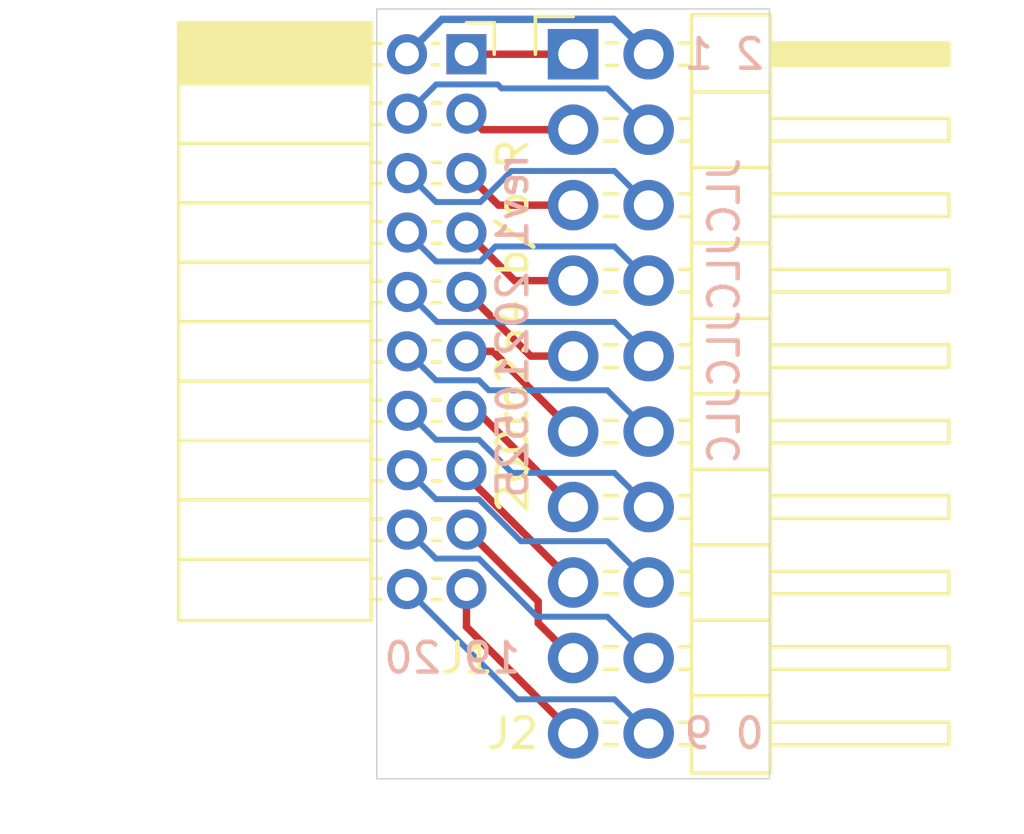
<source format=kicad_pcb>
(kicad_pcb (version 20171130) (host pcbnew 5.1.10)

  (general
    (thickness 1.6)
    (drawings 10)
    (tracks 64)
    (zones 0)
    (modules 2)
    (nets 19)
  )

  (page A4)
  (layers
    (0 F.Cu signal)
    (31 B.Cu signal)
    (32 B.Adhes user)
    (33 F.Adhes user)
    (34 B.Paste user)
    (35 F.Paste user)
    (36 B.SilkS user)
    (37 F.SilkS user)
    (38 B.Mask user)
    (39 F.Mask user)
    (40 Dwgs.User user)
    (41 Cmts.User user)
    (42 Eco1.User user)
    (43 Eco2.User user)
    (44 Edge.Cuts user)
    (45 Margin user)
    (46 B.CrtYd user)
    (47 F.CrtYd user)
    (48 B.Fab user)
    (49 F.Fab user)
  )

  (setup
    (last_trace_width 0.2)
    (trace_clearance 0.2)
    (zone_clearance 0.508)
    (zone_45_only no)
    (trace_min 0.2)
    (via_size 0.8)
    (via_drill 0.4)
    (via_min_size 0.4)
    (via_min_drill 0.3)
    (uvia_size 0.3)
    (uvia_drill 0.1)
    (uvias_allowed no)
    (uvia_min_size 0.2)
    (uvia_min_drill 0.1)
    (edge_width 0.05)
    (segment_width 0.2)
    (pcb_text_width 0.3)
    (pcb_text_size 1.5 1.5)
    (mod_edge_width 0.12)
    (mod_text_size 1 1)
    (mod_text_width 0.15)
    (pad_size 1.524 1.524)
    (pad_drill 0.762)
    (pad_to_mask_clearance 0)
    (aux_axis_origin 0 0)
    (visible_elements FFFFFF7F)
    (pcbplotparams
      (layerselection 0x010fc_ffffffff)
      (usegerberextensions false)
      (usegerberattributes true)
      (usegerberadvancedattributes true)
      (creategerberjobfile true)
      (excludeedgelayer true)
      (linewidth 0.100000)
      (plotframeref false)
      (viasonmask true)
      (mode 1)
      (useauxorigin false)
      (hpglpennumber 1)
      (hpglpenspeed 20)
      (hpglpendiameter 15.000000)
      (psnegative false)
      (psa4output false)
      (plotreference true)
      (plotvalue true)
      (plotinvisibletext false)
      (padsonsilk false)
      (subtractmaskfromsilk false)
      (outputformat 1)
      (mirror false)
      (drillshape 0)
      (scaleselection 1)
      (outputdirectory "gerber/"))
  )

  (net 0 "")
  (net 1 /D20)
  (net 2 /D19)
  (net 3 /D18)
  (net 4 /D17)
  (net 5 /D16)
  (net 6 /D15)
  (net 7 /D14)
  (net 8 /D13)
  (net 9 /D12)
  (net 10 /D11)
  (net 11 /D10)
  (net 12 /D9)
  (net 13 /D8)
  (net 14 /D7)
  (net 15 /D6)
  (net 16 /D5)
  (net 17 GND)
  (net 18 +12V)

  (net_class Default "This is the default net class."
    (clearance 0.2)
    (trace_width 0.2)
    (via_dia 0.8)
    (via_drill 0.4)
    (uvia_dia 0.3)
    (uvia_drill 0.1)
    (add_net +12V)
    (add_net /D10)
    (add_net /D11)
    (add_net /D12)
    (add_net /D13)
    (add_net /D14)
    (add_net /D15)
    (add_net /D16)
    (add_net /D17)
    (add_net /D18)
    (add_net /D19)
    (add_net /D20)
    (add_net /D5)
    (add_net /D6)
    (add_net /D7)
    (add_net /D8)
    (add_net /D9)
    (add_net GND)
  )

  (module Connector_PinSocket_2.00mm:PinSocket_2x10_P2.00mm_Horizontal (layer F.Cu) (tedit 5A19A421) (tstamp 60AD5A49)
    (at 125.444 23.876)
    (descr "Through hole angled socket strip, 2x10, 2.00mm pitch, 6.35mm socket length, double cols (from Kicad 4.0.7), script generated")
    (tags "Through hole angled socket strip THT 2x10 2.00mm double row")
    (path /60ACE88E)
    (fp_text reference J1 (at 0.032 20.32) (layer F.SilkS)
      (effects (font (size 1 1) (thickness 0.15)))
    )
    (fp_text value Conn_02x10_Odd_Even (at -7.112 20.32) (layer F.Fab)
      (effects (font (size 1 1) (thickness 0.15)))
    )
    (fp_line (start -9.62 -1) (end -3.97 -1) (layer F.Fab) (width 0.1))
    (fp_line (start -3.97 -1) (end -3.27 -0.3) (layer F.Fab) (width 0.1))
    (fp_line (start -3.27 -0.3) (end -3.27 19) (layer F.Fab) (width 0.1))
    (fp_line (start -3.27 19) (end -9.62 19) (layer F.Fab) (width 0.1))
    (fp_line (start -9.62 19) (end -9.62 -1) (layer F.Fab) (width 0.1))
    (fp_line (start 0 -0.3) (end -3.27 -0.3) (layer F.Fab) (width 0.1))
    (fp_line (start -3.27 0.3) (end 0 0.3) (layer F.Fab) (width 0.1))
    (fp_line (start 0 0.3) (end 0 -0.3) (layer F.Fab) (width 0.1))
    (fp_line (start 0 1.7) (end -3.27 1.7) (layer F.Fab) (width 0.1))
    (fp_line (start -3.27 2.3) (end 0 2.3) (layer F.Fab) (width 0.1))
    (fp_line (start 0 2.3) (end 0 1.7) (layer F.Fab) (width 0.1))
    (fp_line (start 0 3.7) (end -3.27 3.7) (layer F.Fab) (width 0.1))
    (fp_line (start -3.27 4.3) (end 0 4.3) (layer F.Fab) (width 0.1))
    (fp_line (start 0 4.3) (end 0 3.7) (layer F.Fab) (width 0.1))
    (fp_line (start 0 5.7) (end -3.27 5.7) (layer F.Fab) (width 0.1))
    (fp_line (start -3.27 6.3) (end 0 6.3) (layer F.Fab) (width 0.1))
    (fp_line (start 0 6.3) (end 0 5.7) (layer F.Fab) (width 0.1))
    (fp_line (start 0 7.7) (end -3.27 7.7) (layer F.Fab) (width 0.1))
    (fp_line (start -3.27 8.3) (end 0 8.3) (layer F.Fab) (width 0.1))
    (fp_line (start 0 8.3) (end 0 7.7) (layer F.Fab) (width 0.1))
    (fp_line (start 0 9.7) (end -3.27 9.7) (layer F.Fab) (width 0.1))
    (fp_line (start -3.27 10.3) (end 0 10.3) (layer F.Fab) (width 0.1))
    (fp_line (start 0 10.3) (end 0 9.7) (layer F.Fab) (width 0.1))
    (fp_line (start 0 11.7) (end -3.27 11.7) (layer F.Fab) (width 0.1))
    (fp_line (start -3.27 12.3) (end 0 12.3) (layer F.Fab) (width 0.1))
    (fp_line (start 0 12.3) (end 0 11.7) (layer F.Fab) (width 0.1))
    (fp_line (start 0 13.7) (end -3.27 13.7) (layer F.Fab) (width 0.1))
    (fp_line (start -3.27 14.3) (end 0 14.3) (layer F.Fab) (width 0.1))
    (fp_line (start 0 14.3) (end 0 13.7) (layer F.Fab) (width 0.1))
    (fp_line (start 0 15.7) (end -3.27 15.7) (layer F.Fab) (width 0.1))
    (fp_line (start -3.27 16.3) (end 0 16.3) (layer F.Fab) (width 0.1))
    (fp_line (start 0 16.3) (end 0 15.7) (layer F.Fab) (width 0.1))
    (fp_line (start 0 17.7) (end -3.27 17.7) (layer F.Fab) (width 0.1))
    (fp_line (start -3.27 18.3) (end 0 18.3) (layer F.Fab) (width 0.1))
    (fp_line (start 0 18.3) (end 0 17.7) (layer F.Fab) (width 0.1))
    (fp_line (start -9.68 -0.94) (end -3.21 -0.94) (layer F.SilkS) (width 0.12))
    (fp_line (start -9.68 -0.825882) (end -3.21 -0.825882) (layer F.SilkS) (width 0.12))
    (fp_line (start -9.68 -0.711764) (end -3.21 -0.711764) (layer F.SilkS) (width 0.12))
    (fp_line (start -9.68 -0.597646) (end -3.21 -0.597646) (layer F.SilkS) (width 0.12))
    (fp_line (start -9.68 -0.483528) (end -3.21 -0.483528) (layer F.SilkS) (width 0.12))
    (fp_line (start -9.68 -0.36941) (end -3.21 -0.36941) (layer F.SilkS) (width 0.12))
    (fp_line (start -9.68 -0.255292) (end -3.21 -0.255292) (layer F.SilkS) (width 0.12))
    (fp_line (start -9.68 -0.141174) (end -3.21 -0.141174) (layer F.SilkS) (width 0.12))
    (fp_line (start -9.68 -0.027056) (end -3.21 -0.027056) (layer F.SilkS) (width 0.12))
    (fp_line (start -9.68 0.087062) (end -3.21 0.087062) (layer F.SilkS) (width 0.12))
    (fp_line (start -9.68 0.20118) (end -3.21 0.20118) (layer F.SilkS) (width 0.12))
    (fp_line (start -9.68 0.315298) (end -3.21 0.315298) (layer F.SilkS) (width 0.12))
    (fp_line (start -9.68 0.429416) (end -3.21 0.429416) (layer F.SilkS) (width 0.12))
    (fp_line (start -9.68 0.543534) (end -3.21 0.543534) (layer F.SilkS) (width 0.12))
    (fp_line (start -9.68 0.657652) (end -3.21 0.657652) (layer F.SilkS) (width 0.12))
    (fp_line (start -9.68 0.77177) (end -3.21 0.77177) (layer F.SilkS) (width 0.12))
    (fp_line (start -9.68 0.885888) (end -3.21 0.885888) (layer F.SilkS) (width 0.12))
    (fp_line (start -3.21 -0.36) (end -2.862917 -0.36) (layer F.SilkS) (width 0.12))
    (fp_line (start -1.137083 -0.36) (end -0.935 -0.36) (layer F.SilkS) (width 0.12))
    (fp_line (start -3.21 0.36) (end -2.862917 0.36) (layer F.SilkS) (width 0.12))
    (fp_line (start -1.137083 0.36) (end -0.935 0.36) (layer F.SilkS) (width 0.12))
    (fp_line (start -3.21 1.64) (end -2.862917 1.64) (layer F.SilkS) (width 0.12))
    (fp_line (start -1.137083 1.64) (end -0.862917 1.64) (layer F.SilkS) (width 0.12))
    (fp_line (start -3.21 2.36) (end -2.862917 2.36) (layer F.SilkS) (width 0.12))
    (fp_line (start -1.137083 2.36) (end -0.862917 2.36) (layer F.SilkS) (width 0.12))
    (fp_line (start -3.21 3.64) (end -2.862917 3.64) (layer F.SilkS) (width 0.12))
    (fp_line (start -1.137083 3.64) (end -0.862917 3.64) (layer F.SilkS) (width 0.12))
    (fp_line (start -3.21 4.36) (end -2.862917 4.36) (layer F.SilkS) (width 0.12))
    (fp_line (start -1.137083 4.36) (end -0.862917 4.36) (layer F.SilkS) (width 0.12))
    (fp_line (start -3.21 5.64) (end -2.862917 5.64) (layer F.SilkS) (width 0.12))
    (fp_line (start -1.137083 5.64) (end -0.862917 5.64) (layer F.SilkS) (width 0.12))
    (fp_line (start -3.21 6.36) (end -2.862917 6.36) (layer F.SilkS) (width 0.12))
    (fp_line (start -1.137083 6.36) (end -0.862917 6.36) (layer F.SilkS) (width 0.12))
    (fp_line (start -3.21 7.64) (end -2.862917 7.64) (layer F.SilkS) (width 0.12))
    (fp_line (start -1.137083 7.64) (end -0.862917 7.64) (layer F.SilkS) (width 0.12))
    (fp_line (start -3.21 8.36) (end -2.862917 8.36) (layer F.SilkS) (width 0.12))
    (fp_line (start -1.137083 8.36) (end -0.862917 8.36) (layer F.SilkS) (width 0.12))
    (fp_line (start -3.21 9.64) (end -2.862917 9.64) (layer F.SilkS) (width 0.12))
    (fp_line (start -1.137083 9.64) (end -0.862917 9.64) (layer F.SilkS) (width 0.12))
    (fp_line (start -3.21 10.36) (end -2.862917 10.36) (layer F.SilkS) (width 0.12))
    (fp_line (start -1.137083 10.36) (end -0.862917 10.36) (layer F.SilkS) (width 0.12))
    (fp_line (start -3.21 11.64) (end -2.862917 11.64) (layer F.SilkS) (width 0.12))
    (fp_line (start -1.137083 11.64) (end -0.862917 11.64) (layer F.SilkS) (width 0.12))
    (fp_line (start -3.21 12.36) (end -2.862917 12.36) (layer F.SilkS) (width 0.12))
    (fp_line (start -1.137083 12.36) (end -0.862917 12.36) (layer F.SilkS) (width 0.12))
    (fp_line (start -3.21 13.64) (end -2.862917 13.64) (layer F.SilkS) (width 0.12))
    (fp_line (start -1.137083 13.64) (end -0.862917 13.64) (layer F.SilkS) (width 0.12))
    (fp_line (start -3.21 14.36) (end -2.862917 14.36) (layer F.SilkS) (width 0.12))
    (fp_line (start -1.137083 14.36) (end -0.862917 14.36) (layer F.SilkS) (width 0.12))
    (fp_line (start -3.21 15.64) (end -2.862917 15.64) (layer F.SilkS) (width 0.12))
    (fp_line (start -1.137083 15.64) (end -0.862917 15.64) (layer F.SilkS) (width 0.12))
    (fp_line (start -3.21 16.36) (end -2.862917 16.36) (layer F.SilkS) (width 0.12))
    (fp_line (start -1.137083 16.36) (end -0.862917 16.36) (layer F.SilkS) (width 0.12))
    (fp_line (start -3.21 17.64) (end -2.862917 17.64) (layer F.SilkS) (width 0.12))
    (fp_line (start -1.137083 17.64) (end -0.862917 17.64) (layer F.SilkS) (width 0.12))
    (fp_line (start -3.21 18.36) (end -2.862917 18.36) (layer F.SilkS) (width 0.12))
    (fp_line (start -1.137083 18.36) (end -0.862917 18.36) (layer F.SilkS) (width 0.12))
    (fp_line (start -9.68 1) (end -3.21 1) (layer F.SilkS) (width 0.12))
    (fp_line (start -9.68 3) (end -3.21 3) (layer F.SilkS) (width 0.12))
    (fp_line (start -9.68 5) (end -3.21 5) (layer F.SilkS) (width 0.12))
    (fp_line (start -9.68 7) (end -3.21 7) (layer F.SilkS) (width 0.12))
    (fp_line (start -9.68 9) (end -3.21 9) (layer F.SilkS) (width 0.12))
    (fp_line (start -9.68 11) (end -3.21 11) (layer F.SilkS) (width 0.12))
    (fp_line (start -9.68 13) (end -3.21 13) (layer F.SilkS) (width 0.12))
    (fp_line (start -9.68 15) (end -3.21 15) (layer F.SilkS) (width 0.12))
    (fp_line (start -9.68 17) (end -3.21 17) (layer F.SilkS) (width 0.12))
    (fp_line (start -9.68 -1.06) (end -3.21 -1.06) (layer F.SilkS) (width 0.12))
    (fp_line (start -3.21 -1.06) (end -3.21 19.06) (layer F.SilkS) (width 0.12))
    (fp_line (start -9.68 19.06) (end -3.21 19.06) (layer F.SilkS) (width 0.12))
    (fp_line (start -9.68 -1.06) (end -9.68 19.06) (layer F.SilkS) (width 0.12))
    (fp_line (start 0.935 -1.06) (end 0.935 0) (layer F.SilkS) (width 0.12))
    (fp_line (start 0 -1.06) (end 0.935 -1.06) (layer F.SilkS) (width 0.12))
    (fp_line (start 1.5 -1.5) (end -10.15 -1.5) (layer F.CrtYd) (width 0.05))
    (fp_line (start -10.15 -1.5) (end -10.15 19.5) (layer F.CrtYd) (width 0.05))
    (fp_line (start -10.15 19.5) (end 1.5 19.5) (layer F.CrtYd) (width 0.05))
    (fp_line (start 1.5 19.5) (end 1.5 -1.5) (layer F.CrtYd) (width 0.05))
    (fp_text user %R (at 0.032 9.144 90) (layer F.Fab)
      (effects (font (size 1 1) (thickness 0.15)))
    )
    (pad 20 thru_hole oval (at -2 18) (size 1.35 1.35) (drill 0.8) (layers *.Cu *.Mask)
      (net 1 /D20))
    (pad 19 thru_hole oval (at 0 18) (size 1.35 1.35) (drill 0.8) (layers *.Cu *.Mask)
      (net 2 /D19))
    (pad 18 thru_hole oval (at -2 16) (size 1.35 1.35) (drill 0.8) (layers *.Cu *.Mask)
      (net 3 /D18))
    (pad 17 thru_hole oval (at 0 16) (size 1.35 1.35) (drill 0.8) (layers *.Cu *.Mask)
      (net 4 /D17))
    (pad 16 thru_hole oval (at -2 14) (size 1.35 1.35) (drill 0.8) (layers *.Cu *.Mask)
      (net 5 /D16))
    (pad 15 thru_hole oval (at 0 14) (size 1.35 1.35) (drill 0.8) (layers *.Cu *.Mask)
      (net 6 /D15))
    (pad 14 thru_hole oval (at -2 12) (size 1.35 1.35) (drill 0.8) (layers *.Cu *.Mask)
      (net 7 /D14))
    (pad 13 thru_hole oval (at 0 12) (size 1.35 1.35) (drill 0.8) (layers *.Cu *.Mask)
      (net 8 /D13))
    (pad 12 thru_hole oval (at -2 10) (size 1.35 1.35) (drill 0.8) (layers *.Cu *.Mask)
      (net 9 /D12))
    (pad 11 thru_hole oval (at 0 10) (size 1.35 1.35) (drill 0.8) (layers *.Cu *.Mask)
      (net 10 /D11))
    (pad 10 thru_hole oval (at -2 8) (size 1.35 1.35) (drill 0.8) (layers *.Cu *.Mask)
      (net 11 /D10))
    (pad 9 thru_hole oval (at 0 8) (size 1.35 1.35) (drill 0.8) (layers *.Cu *.Mask)
      (net 12 /D9))
    (pad 8 thru_hole oval (at -2 6) (size 1.35 1.35) (drill 0.8) (layers *.Cu *.Mask)
      (net 13 /D8))
    (pad 7 thru_hole oval (at 0 6) (size 1.35 1.35) (drill 0.8) (layers *.Cu *.Mask)
      (net 14 /D7))
    (pad 6 thru_hole oval (at -2 4) (size 1.35 1.35) (drill 0.8) (layers *.Cu *.Mask)
      (net 15 /D6))
    (pad 5 thru_hole oval (at 0 4) (size 1.35 1.35) (drill 0.8) (layers *.Cu *.Mask)
      (net 16 /D5))
    (pad 4 thru_hole oval (at -2 2) (size 1.35 1.35) (drill 0.8) (layers *.Cu *.Mask)
      (net 17 GND))
    (pad 3 thru_hole oval (at 0 2) (size 1.35 1.35) (drill 0.8) (layers *.Cu *.Mask)
      (net 17 GND))
    (pad 2 thru_hole oval (at -2 0) (size 1.35 1.35) (drill 0.8) (layers *.Cu *.Mask)
      (net 18 +12V))
    (pad 1 thru_hole rect (at 0 0) (size 1.35 1.35) (drill 0.8) (layers *.Cu *.Mask)
      (net 18 +12V))
    (model ${KISYS3DMOD}/Connector_PinSocket_2.00mm.3dshapes/PinSocket_2x10_P2.00mm_Horizontal.wrl
      (at (xyz 0 0 0))
      (scale (xyz 1 1 1))
      (rotate (xyz 0 0 0))
    )
  )

  (module Connector_PinHeader_2.54mm:PinHeader_2x10_P2.54mm_Horizontal (layer F.Cu) (tedit 59FED5CB) (tstamp 60AD5974)
    (at 129.032 23.876)
    (descr "Through hole angled pin header, 2x10, 2.54mm pitch, 6mm pin length, double rows")
    (tags "Through hole angled pin header THT 2x10 2.54mm double row")
    (path /60ACF9F2)
    (fp_text reference J2 (at -2.032 22.86) (layer F.SilkS)
      (effects (font (size 1 1) (thickness 0.15)))
    )
    (fp_text value Conn_02x10_Odd_Even (at 6.604 25.4) (layer F.Fab)
      (effects (font (size 1 1) (thickness 0.15)))
    )
    (fp_line (start 4.675 -1.27) (end 6.58 -1.27) (layer F.Fab) (width 0.1))
    (fp_line (start 6.58 -1.27) (end 6.58 24.13) (layer F.Fab) (width 0.1))
    (fp_line (start 6.58 24.13) (end 4.04 24.13) (layer F.Fab) (width 0.1))
    (fp_line (start 4.04 24.13) (end 4.04 -0.635) (layer F.Fab) (width 0.1))
    (fp_line (start 4.04 -0.635) (end 4.675 -1.27) (layer F.Fab) (width 0.1))
    (fp_line (start -0.32 -0.32) (end 4.04 -0.32) (layer F.Fab) (width 0.1))
    (fp_line (start -0.32 -0.32) (end -0.32 0.32) (layer F.Fab) (width 0.1))
    (fp_line (start -0.32 0.32) (end 4.04 0.32) (layer F.Fab) (width 0.1))
    (fp_line (start 6.58 -0.32) (end 12.58 -0.32) (layer F.Fab) (width 0.1))
    (fp_line (start 12.58 -0.32) (end 12.58 0.32) (layer F.Fab) (width 0.1))
    (fp_line (start 6.58 0.32) (end 12.58 0.32) (layer F.Fab) (width 0.1))
    (fp_line (start -0.32 2.22) (end 4.04 2.22) (layer F.Fab) (width 0.1))
    (fp_line (start -0.32 2.22) (end -0.32 2.86) (layer F.Fab) (width 0.1))
    (fp_line (start -0.32 2.86) (end 4.04 2.86) (layer F.Fab) (width 0.1))
    (fp_line (start 6.58 2.22) (end 12.58 2.22) (layer F.Fab) (width 0.1))
    (fp_line (start 12.58 2.22) (end 12.58 2.86) (layer F.Fab) (width 0.1))
    (fp_line (start 6.58 2.86) (end 12.58 2.86) (layer F.Fab) (width 0.1))
    (fp_line (start -0.32 4.76) (end 4.04 4.76) (layer F.Fab) (width 0.1))
    (fp_line (start -0.32 4.76) (end -0.32 5.4) (layer F.Fab) (width 0.1))
    (fp_line (start -0.32 5.4) (end 4.04 5.4) (layer F.Fab) (width 0.1))
    (fp_line (start 6.58 4.76) (end 12.58 4.76) (layer F.Fab) (width 0.1))
    (fp_line (start 12.58 4.76) (end 12.58 5.4) (layer F.Fab) (width 0.1))
    (fp_line (start 6.58 5.4) (end 12.58 5.4) (layer F.Fab) (width 0.1))
    (fp_line (start -0.32 7.3) (end 4.04 7.3) (layer F.Fab) (width 0.1))
    (fp_line (start -0.32 7.3) (end -0.32 7.94) (layer F.Fab) (width 0.1))
    (fp_line (start -0.32 7.94) (end 4.04 7.94) (layer F.Fab) (width 0.1))
    (fp_line (start 6.58 7.3) (end 12.58 7.3) (layer F.Fab) (width 0.1))
    (fp_line (start 12.58 7.3) (end 12.58 7.94) (layer F.Fab) (width 0.1))
    (fp_line (start 6.58 7.94) (end 12.58 7.94) (layer F.Fab) (width 0.1))
    (fp_line (start -0.32 9.84) (end 4.04 9.84) (layer F.Fab) (width 0.1))
    (fp_line (start -0.32 9.84) (end -0.32 10.48) (layer F.Fab) (width 0.1))
    (fp_line (start -0.32 10.48) (end 4.04 10.48) (layer F.Fab) (width 0.1))
    (fp_line (start 6.58 9.84) (end 12.58 9.84) (layer F.Fab) (width 0.1))
    (fp_line (start 12.58 9.84) (end 12.58 10.48) (layer F.Fab) (width 0.1))
    (fp_line (start 6.58 10.48) (end 12.58 10.48) (layer F.Fab) (width 0.1))
    (fp_line (start -0.32 12.38) (end 4.04 12.38) (layer F.Fab) (width 0.1))
    (fp_line (start -0.32 12.38) (end -0.32 13.02) (layer F.Fab) (width 0.1))
    (fp_line (start -0.32 13.02) (end 4.04 13.02) (layer F.Fab) (width 0.1))
    (fp_line (start 6.58 12.38) (end 12.58 12.38) (layer F.Fab) (width 0.1))
    (fp_line (start 12.58 12.38) (end 12.58 13.02) (layer F.Fab) (width 0.1))
    (fp_line (start 6.58 13.02) (end 12.58 13.02) (layer F.Fab) (width 0.1))
    (fp_line (start -0.32 14.92) (end 4.04 14.92) (layer F.Fab) (width 0.1))
    (fp_line (start -0.32 14.92) (end -0.32 15.56) (layer F.Fab) (width 0.1))
    (fp_line (start -0.32 15.56) (end 4.04 15.56) (layer F.Fab) (width 0.1))
    (fp_line (start 6.58 14.92) (end 12.58 14.92) (layer F.Fab) (width 0.1))
    (fp_line (start 12.58 14.92) (end 12.58 15.56) (layer F.Fab) (width 0.1))
    (fp_line (start 6.58 15.56) (end 12.58 15.56) (layer F.Fab) (width 0.1))
    (fp_line (start -0.32 17.46) (end 4.04 17.46) (layer F.Fab) (width 0.1))
    (fp_line (start -0.32 17.46) (end -0.32 18.1) (layer F.Fab) (width 0.1))
    (fp_line (start -0.32 18.1) (end 4.04 18.1) (layer F.Fab) (width 0.1))
    (fp_line (start 6.58 17.46) (end 12.58 17.46) (layer F.Fab) (width 0.1))
    (fp_line (start 12.58 17.46) (end 12.58 18.1) (layer F.Fab) (width 0.1))
    (fp_line (start 6.58 18.1) (end 12.58 18.1) (layer F.Fab) (width 0.1))
    (fp_line (start -0.32 20) (end 4.04 20) (layer F.Fab) (width 0.1))
    (fp_line (start -0.32 20) (end -0.32 20.64) (layer F.Fab) (width 0.1))
    (fp_line (start -0.32 20.64) (end 4.04 20.64) (layer F.Fab) (width 0.1))
    (fp_line (start 6.58 20) (end 12.58 20) (layer F.Fab) (width 0.1))
    (fp_line (start 12.58 20) (end 12.58 20.64) (layer F.Fab) (width 0.1))
    (fp_line (start 6.58 20.64) (end 12.58 20.64) (layer F.Fab) (width 0.1))
    (fp_line (start -0.32 22.54) (end 4.04 22.54) (layer F.Fab) (width 0.1))
    (fp_line (start -0.32 22.54) (end -0.32 23.18) (layer F.Fab) (width 0.1))
    (fp_line (start -0.32 23.18) (end 4.04 23.18) (layer F.Fab) (width 0.1))
    (fp_line (start 6.58 22.54) (end 12.58 22.54) (layer F.Fab) (width 0.1))
    (fp_line (start 12.58 22.54) (end 12.58 23.18) (layer F.Fab) (width 0.1))
    (fp_line (start 6.58 23.18) (end 12.58 23.18) (layer F.Fab) (width 0.1))
    (fp_line (start 3.98 -1.33) (end 3.98 24.19) (layer F.SilkS) (width 0.12))
    (fp_line (start 3.98 24.19) (end 6.64 24.19) (layer F.SilkS) (width 0.12))
    (fp_line (start 6.64 24.19) (end 6.64 -1.33) (layer F.SilkS) (width 0.12))
    (fp_line (start 6.64 -1.33) (end 3.98 -1.33) (layer F.SilkS) (width 0.12))
    (fp_line (start 6.64 -0.38) (end 12.64 -0.38) (layer F.SilkS) (width 0.12))
    (fp_line (start 12.64 -0.38) (end 12.64 0.38) (layer F.SilkS) (width 0.12))
    (fp_line (start 12.64 0.38) (end 6.64 0.38) (layer F.SilkS) (width 0.12))
    (fp_line (start 6.64 -0.32) (end 12.64 -0.32) (layer F.SilkS) (width 0.12))
    (fp_line (start 6.64 -0.2) (end 12.64 -0.2) (layer F.SilkS) (width 0.12))
    (fp_line (start 6.64 -0.08) (end 12.64 -0.08) (layer F.SilkS) (width 0.12))
    (fp_line (start 6.64 0.04) (end 12.64 0.04) (layer F.SilkS) (width 0.12))
    (fp_line (start 6.64 0.16) (end 12.64 0.16) (layer F.SilkS) (width 0.12))
    (fp_line (start 6.64 0.28) (end 12.64 0.28) (layer F.SilkS) (width 0.12))
    (fp_line (start 3.582929 -0.38) (end 3.98 -0.38) (layer F.SilkS) (width 0.12))
    (fp_line (start 3.582929 0.38) (end 3.98 0.38) (layer F.SilkS) (width 0.12))
    (fp_line (start 1.11 -0.38) (end 1.497071 -0.38) (layer F.SilkS) (width 0.12))
    (fp_line (start 1.11 0.38) (end 1.497071 0.38) (layer F.SilkS) (width 0.12))
    (fp_line (start 3.98 1.27) (end 6.64 1.27) (layer F.SilkS) (width 0.12))
    (fp_line (start 6.64 2.16) (end 12.64 2.16) (layer F.SilkS) (width 0.12))
    (fp_line (start 12.64 2.16) (end 12.64 2.92) (layer F.SilkS) (width 0.12))
    (fp_line (start 12.64 2.92) (end 6.64 2.92) (layer F.SilkS) (width 0.12))
    (fp_line (start 3.582929 2.16) (end 3.98 2.16) (layer F.SilkS) (width 0.12))
    (fp_line (start 3.582929 2.92) (end 3.98 2.92) (layer F.SilkS) (width 0.12))
    (fp_line (start 1.042929 2.16) (end 1.497071 2.16) (layer F.SilkS) (width 0.12))
    (fp_line (start 1.042929 2.92) (end 1.497071 2.92) (layer F.SilkS) (width 0.12))
    (fp_line (start 3.98 3.81) (end 6.64 3.81) (layer F.SilkS) (width 0.12))
    (fp_line (start 6.64 4.7) (end 12.64 4.7) (layer F.SilkS) (width 0.12))
    (fp_line (start 12.64 4.7) (end 12.64 5.46) (layer F.SilkS) (width 0.12))
    (fp_line (start 12.64 5.46) (end 6.64 5.46) (layer F.SilkS) (width 0.12))
    (fp_line (start 3.582929 4.7) (end 3.98 4.7) (layer F.SilkS) (width 0.12))
    (fp_line (start 3.582929 5.46) (end 3.98 5.46) (layer F.SilkS) (width 0.12))
    (fp_line (start 1.042929 4.7) (end 1.497071 4.7) (layer F.SilkS) (width 0.12))
    (fp_line (start 1.042929 5.46) (end 1.497071 5.46) (layer F.SilkS) (width 0.12))
    (fp_line (start 3.98 6.35) (end 6.64 6.35) (layer F.SilkS) (width 0.12))
    (fp_line (start 6.64 7.24) (end 12.64 7.24) (layer F.SilkS) (width 0.12))
    (fp_line (start 12.64 7.24) (end 12.64 8) (layer F.SilkS) (width 0.12))
    (fp_line (start 12.64 8) (end 6.64 8) (layer F.SilkS) (width 0.12))
    (fp_line (start 3.582929 7.24) (end 3.98 7.24) (layer F.SilkS) (width 0.12))
    (fp_line (start 3.582929 8) (end 3.98 8) (layer F.SilkS) (width 0.12))
    (fp_line (start 1.042929 7.24) (end 1.497071 7.24) (layer F.SilkS) (width 0.12))
    (fp_line (start 1.042929 8) (end 1.497071 8) (layer F.SilkS) (width 0.12))
    (fp_line (start 3.98 8.89) (end 6.64 8.89) (layer F.SilkS) (width 0.12))
    (fp_line (start 6.64 9.78) (end 12.64 9.78) (layer F.SilkS) (width 0.12))
    (fp_line (start 12.64 9.78) (end 12.64 10.54) (layer F.SilkS) (width 0.12))
    (fp_line (start 12.64 10.54) (end 6.64 10.54) (layer F.SilkS) (width 0.12))
    (fp_line (start 3.582929 9.78) (end 3.98 9.78) (layer F.SilkS) (width 0.12))
    (fp_line (start 3.582929 10.54) (end 3.98 10.54) (layer F.SilkS) (width 0.12))
    (fp_line (start 1.042929 9.78) (end 1.497071 9.78) (layer F.SilkS) (width 0.12))
    (fp_line (start 1.042929 10.54) (end 1.497071 10.54) (layer F.SilkS) (width 0.12))
    (fp_line (start 3.98 11.43) (end 6.64 11.43) (layer F.SilkS) (width 0.12))
    (fp_line (start 6.64 12.32) (end 12.64 12.32) (layer F.SilkS) (width 0.12))
    (fp_line (start 12.64 12.32) (end 12.64 13.08) (layer F.SilkS) (width 0.12))
    (fp_line (start 12.64 13.08) (end 6.64 13.08) (layer F.SilkS) (width 0.12))
    (fp_line (start 3.582929 12.32) (end 3.98 12.32) (layer F.SilkS) (width 0.12))
    (fp_line (start 3.582929 13.08) (end 3.98 13.08) (layer F.SilkS) (width 0.12))
    (fp_line (start 1.042929 12.32) (end 1.497071 12.32) (layer F.SilkS) (width 0.12))
    (fp_line (start 1.042929 13.08) (end 1.497071 13.08) (layer F.SilkS) (width 0.12))
    (fp_line (start 3.98 13.97) (end 6.64 13.97) (layer F.SilkS) (width 0.12))
    (fp_line (start 6.64 14.86) (end 12.64 14.86) (layer F.SilkS) (width 0.12))
    (fp_line (start 12.64 14.86) (end 12.64 15.62) (layer F.SilkS) (width 0.12))
    (fp_line (start 12.64 15.62) (end 6.64 15.62) (layer F.SilkS) (width 0.12))
    (fp_line (start 3.582929 14.86) (end 3.98 14.86) (layer F.SilkS) (width 0.12))
    (fp_line (start 3.582929 15.62) (end 3.98 15.62) (layer F.SilkS) (width 0.12))
    (fp_line (start 1.042929 14.86) (end 1.497071 14.86) (layer F.SilkS) (width 0.12))
    (fp_line (start 1.042929 15.62) (end 1.497071 15.62) (layer F.SilkS) (width 0.12))
    (fp_line (start 3.98 16.51) (end 6.64 16.51) (layer F.SilkS) (width 0.12))
    (fp_line (start 6.64 17.4) (end 12.64 17.4) (layer F.SilkS) (width 0.12))
    (fp_line (start 12.64 17.4) (end 12.64 18.16) (layer F.SilkS) (width 0.12))
    (fp_line (start 12.64 18.16) (end 6.64 18.16) (layer F.SilkS) (width 0.12))
    (fp_line (start 3.582929 17.4) (end 3.98 17.4) (layer F.SilkS) (width 0.12))
    (fp_line (start 3.582929 18.16) (end 3.98 18.16) (layer F.SilkS) (width 0.12))
    (fp_line (start 1.042929 17.4) (end 1.497071 17.4) (layer F.SilkS) (width 0.12))
    (fp_line (start 1.042929 18.16) (end 1.497071 18.16) (layer F.SilkS) (width 0.12))
    (fp_line (start 3.98 19.05) (end 6.64 19.05) (layer F.SilkS) (width 0.12))
    (fp_line (start 6.64 19.94) (end 12.64 19.94) (layer F.SilkS) (width 0.12))
    (fp_line (start 12.64 19.94) (end 12.64 20.7) (layer F.SilkS) (width 0.12))
    (fp_line (start 12.64 20.7) (end 6.64 20.7) (layer F.SilkS) (width 0.12))
    (fp_line (start 3.582929 19.94) (end 3.98 19.94) (layer F.SilkS) (width 0.12))
    (fp_line (start 3.582929 20.7) (end 3.98 20.7) (layer F.SilkS) (width 0.12))
    (fp_line (start 1.042929 19.94) (end 1.497071 19.94) (layer F.SilkS) (width 0.12))
    (fp_line (start 1.042929 20.7) (end 1.497071 20.7) (layer F.SilkS) (width 0.12))
    (fp_line (start 3.98 21.59) (end 6.64 21.59) (layer F.SilkS) (width 0.12))
    (fp_line (start 6.64 22.48) (end 12.64 22.48) (layer F.SilkS) (width 0.12))
    (fp_line (start 12.64 22.48) (end 12.64 23.24) (layer F.SilkS) (width 0.12))
    (fp_line (start 12.64 23.24) (end 6.64 23.24) (layer F.SilkS) (width 0.12))
    (fp_line (start 3.582929 22.48) (end 3.98 22.48) (layer F.SilkS) (width 0.12))
    (fp_line (start 3.582929 23.24) (end 3.98 23.24) (layer F.SilkS) (width 0.12))
    (fp_line (start 1.042929 22.48) (end 1.497071 22.48) (layer F.SilkS) (width 0.12))
    (fp_line (start 1.042929 23.24) (end 1.497071 23.24) (layer F.SilkS) (width 0.12))
    (fp_line (start -1.27 0) (end -1.27 -1.27) (layer F.SilkS) (width 0.12))
    (fp_line (start -1.27 -1.27) (end 0 -1.27) (layer F.SilkS) (width 0.12))
    (fp_line (start -1.8 -1.8) (end -1.8 24.65) (layer F.CrtYd) (width 0.05))
    (fp_line (start -1.8 24.65) (end 13.1 24.65) (layer F.CrtYd) (width 0.05))
    (fp_line (start 13.1 24.65) (end 13.1 -1.8) (layer F.CrtYd) (width 0.05))
    (fp_line (start 13.1 -1.8) (end -1.8 -1.8) (layer F.CrtYd) (width 0.05))
    (fp_text user %R (at 5.08 11.176 90) (layer F.Fab)
      (effects (font (size 1 1) (thickness 0.15)))
    )
    (pad 20 thru_hole oval (at 2.54 22.86) (size 1.7 1.7) (drill 1) (layers *.Cu *.Mask)
      (net 1 /D20))
    (pad 19 thru_hole oval (at 0 22.86) (size 1.7 1.7) (drill 1) (layers *.Cu *.Mask)
      (net 2 /D19))
    (pad 18 thru_hole oval (at 2.54 20.32) (size 1.7 1.7) (drill 1) (layers *.Cu *.Mask)
      (net 3 /D18))
    (pad 17 thru_hole oval (at 0 20.32) (size 1.7 1.7) (drill 1) (layers *.Cu *.Mask)
      (net 4 /D17))
    (pad 16 thru_hole oval (at 2.54 17.78) (size 1.7 1.7) (drill 1) (layers *.Cu *.Mask)
      (net 5 /D16))
    (pad 15 thru_hole oval (at 0 17.78) (size 1.7 1.7) (drill 1) (layers *.Cu *.Mask)
      (net 6 /D15))
    (pad 14 thru_hole oval (at 2.54 15.24) (size 1.7 1.7) (drill 1) (layers *.Cu *.Mask)
      (net 7 /D14))
    (pad 13 thru_hole oval (at 0 15.24) (size 1.7 1.7) (drill 1) (layers *.Cu *.Mask)
      (net 8 /D13))
    (pad 12 thru_hole oval (at 2.54 12.7) (size 1.7 1.7) (drill 1) (layers *.Cu *.Mask)
      (net 9 /D12))
    (pad 11 thru_hole oval (at 0 12.7) (size 1.7 1.7) (drill 1) (layers *.Cu *.Mask)
      (net 10 /D11))
    (pad 10 thru_hole oval (at 2.54 10.16) (size 1.7 1.7) (drill 1) (layers *.Cu *.Mask)
      (net 11 /D10))
    (pad 9 thru_hole oval (at 0 10.16) (size 1.7 1.7) (drill 1) (layers *.Cu *.Mask)
      (net 12 /D9))
    (pad 8 thru_hole oval (at 2.54 7.62) (size 1.7 1.7) (drill 1) (layers *.Cu *.Mask)
      (net 13 /D8))
    (pad 7 thru_hole oval (at 0 7.62) (size 1.7 1.7) (drill 1) (layers *.Cu *.Mask)
      (net 14 /D7))
    (pad 6 thru_hole oval (at 2.54 5.08) (size 1.7 1.7) (drill 1) (layers *.Cu *.Mask)
      (net 15 /D6))
    (pad 5 thru_hole oval (at 0 5.08) (size 1.7 1.7) (drill 1) (layers *.Cu *.Mask)
      (net 16 /D5))
    (pad 4 thru_hole oval (at 2.54 2.54) (size 1.7 1.7) (drill 1) (layers *.Cu *.Mask)
      (net 17 GND))
    (pad 3 thru_hole oval (at 0 2.54) (size 1.7 1.7) (drill 1) (layers *.Cu *.Mask)
      (net 17 GND))
    (pad 2 thru_hole oval (at 2.54 0) (size 1.7 1.7) (drill 1) (layers *.Cu *.Mask)
      (net 18 +12V))
    (pad 1 thru_hole rect (at 0 0) (size 1.7 1.7) (drill 1) (layers *.Cu *.Mask)
      (net 18 +12V))
    (model ${KISYS3DMOD}/Connector_PinHeader_2.54mm.3dshapes/PinHeader_2x10_P2.54mm_Horizontal.wrl
      (at (xyz 0 0 0))
      (scale (xyz 1 1 1))
      (rotate (xyz 0 0 0))
    )
  )

  (gr_line (start 135.636 48.26) (end 135.636 22.352) (layer Edge.Cuts) (width 0.05) (tstamp 60AD5B01))
  (gr_line (start 122.428 22.352) (end 122.428 48.26) (layer Edge.Cuts) (width 0.05) (tstamp 60AD5B00))
  (gr_line (start 122.428 48.26) (end 135.636 48.26) (layer Edge.Cuts) (width 0.05) (tstamp 60AD5AFE))
  (gr_line (start 135.636 22.352) (end 122.428 22.352) (layer Edge.Cuts) (width 0.05) (tstamp 60AD5AD8))
  (gr_text "19 20" (at 124.968 44.196) (layer B.SilkS) (tstamp 60AD5AD6)
    (effects (font (size 1 1) (thickness 0.15)) (justify mirror))
  )
  (gr_text "200to254 b/o R" (at 127 33.02 90) (layer F.SilkS) (tstamp 60AD5AD4)
    (effects (font (size 1 1) (thickness 0.15)))
  )
  (gr_text "0 9" (at 134.112 46.736) (layer B.SilkS) (tstamp 60AD5AD3)
    (effects (font (size 1 1) (thickness 0.15)) (justify mirror))
  )
  (gr_text JLCJLCJLCJLC (at 134.112 32.512 90) (layer B.SilkS) (tstamp 60AD5A48)
    (effects (font (size 1 1) (thickness 0.15)) (justify mirror))
  )
  (gr_text "2 1" (at 134.112 23.876) (layer B.SilkS) (tstamp 60AD5A46)
    (effects (font (size 1 1) (thickness 0.15)) (justify mirror))
  )
  (gr_text "rev1 20210525" (at 127 33.02 90) (layer B.SilkS) (tstamp 60AD5A41)
    (effects (font (size 1 1) (thickness 0.15)) (justify mirror))
  )

  (segment (start 127.153999 45.585999) (end 123.444 41.876) (width 0.2) (layer B.Cu) (net 1))
  (segment (start 130.421999 45.585999) (end 127.153999 45.585999) (width 0.2) (layer B.Cu) (net 1))
  (segment (start 131.572 46.736) (end 130.421999 45.585999) (width 0.2) (layer B.Cu) (net 1))
  (segment (start 125.444 43.148) (end 125.444 41.876) (width 0.25) (layer F.Cu) (net 2))
  (segment (start 129.032 46.736) (end 125.444 43.148) (width 0.25) (layer F.Cu) (net 2))
  (segment (start 125.862003 40.851001) (end 124.419001 40.851001) (width 0.2) (layer B.Cu) (net 3))
  (segment (start 124.419001 40.851001) (end 123.444 39.876) (width 0.2) (layer B.Cu) (net 3))
  (segment (start 130.182001 42.806001) (end 127.817003 42.806001) (width 0.2) (layer B.Cu) (net 3))
  (segment (start 127.817003 42.806001) (end 125.862003 40.851001) (width 0.2) (layer B.Cu) (net 3))
  (segment (start 131.572 44.196) (end 130.182001 42.806001) (width 0.2) (layer B.Cu) (net 3))
  (segment (start 127.856999 42.288999) (end 125.444 39.876) (width 0.25) (layer F.Cu) (net 4))
  (segment (start 127.856999 43.020999) (end 127.856999 42.288999) (width 0.25) (layer F.Cu) (net 4))
  (segment (start 129.032 44.196) (end 127.856999 43.020999) (width 0.25) (layer F.Cu) (net 4))
  (segment (start 124.419001 38.851001) (end 123.444 37.876) (width 0.2) (layer B.Cu) (net 5))
  (segment (start 125.862003 38.851001) (end 124.419001 38.851001) (width 0.2) (layer B.Cu) (net 5))
  (segment (start 127.277003 40.266001) (end 125.862003 38.851001) (width 0.2) (layer B.Cu) (net 5))
  (segment (start 130.182001 40.266001) (end 127.277003 40.266001) (width 0.2) (layer B.Cu) (net 5))
  (segment (start 131.572 41.656) (end 130.182001 40.266001) (width 0.2) (layer B.Cu) (net 5))
  (segment (start 125.444 38.068) (end 125.444 37.876) (width 0.25) (layer F.Cu) (net 6))
  (segment (start 129.032 41.656) (end 125.444 38.068) (width 0.25) (layer F.Cu) (net 6))
  (segment (start 124.419001 36.851001) (end 123.444 35.876) (width 0.2) (layer B.Cu) (net 7))
  (segment (start 125.862003 36.851001) (end 124.419001 36.851001) (width 0.2) (layer B.Cu) (net 7))
  (segment (start 126.977001 37.965999) (end 125.862003 36.851001) (width 0.2) (layer B.Cu) (net 7))
  (segment (start 130.421999 37.965999) (end 126.977001 37.965999) (width 0.2) (layer B.Cu) (net 7))
  (segment (start 131.572 39.116) (end 130.421999 37.965999) (width 0.2) (layer B.Cu) (net 7))
  (segment (start 125.792 35.876) (end 125.444 35.876) (width 0.25) (layer F.Cu) (net 8))
  (segment (start 129.032 39.116) (end 125.792 35.876) (width 0.25) (layer F.Cu) (net 8))
  (segment (start 124.419001 34.851001) (end 123.444 33.876) (width 0.2) (layer B.Cu) (net 9))
  (segment (start 125.862003 34.851001) (end 124.419001 34.851001) (width 0.2) (layer B.Cu) (net 9))
  (segment (start 130.182001 35.186001) (end 126.197003 35.186001) (width 0.2) (layer B.Cu) (net 9))
  (segment (start 126.197003 35.186001) (end 125.862003 34.851001) (width 0.2) (layer B.Cu) (net 9))
  (segment (start 131.572 36.576) (end 130.182001 35.186001) (width 0.2) (layer B.Cu) (net 9))
  (segment (start 126.332 33.876) (end 125.444 33.876) (width 0.25) (layer F.Cu) (net 10))
  (segment (start 129.032 36.576) (end 126.332 33.876) (width 0.25) (layer F.Cu) (net 10))
  (segment (start 124.453999 32.885999) (end 123.444 31.876) (width 0.2) (layer B.Cu) (net 11))
  (segment (start 130.421999 32.885999) (end 124.453999 32.885999) (width 0.2) (layer B.Cu) (net 11))
  (segment (start 131.572 34.036) (end 130.421999 32.885999) (width 0.2) (layer B.Cu) (net 11))
  (segment (start 127.604 34.036) (end 125.444 31.876) (width 0.25) (layer F.Cu) (net 12))
  (segment (start 129.032 34.036) (end 127.604 34.036) (width 0.25) (layer F.Cu) (net 12))
  (segment (start 125.912001 30.851001) (end 124.419001 30.851001) (width 0.2) (layer B.Cu) (net 13))
  (segment (start 124.419001 30.851001) (end 123.444 29.876) (width 0.2) (layer B.Cu) (net 13))
  (segment (start 126.417003 30.345999) (end 125.912001 30.851001) (width 0.2) (layer B.Cu) (net 13))
  (segment (start 130.421999 30.345999) (end 126.417003 30.345999) (width 0.2) (layer B.Cu) (net 13))
  (segment (start 131.572 31.496) (end 130.421999 30.345999) (width 0.2) (layer B.Cu) (net 13))
  (segment (start 127.064 31.496) (end 125.444 29.876) (width 0.25) (layer F.Cu) (net 14))
  (segment (start 129.032 31.496) (end 127.064 31.496) (width 0.25) (layer F.Cu) (net 14))
  (segment (start 124.419001 28.851001) (end 123.444 27.876) (width 0.2) (layer B.Cu) (net 15))
  (segment (start 125.912001 28.851001) (end 124.419001 28.851001) (width 0.2) (layer B.Cu) (net 15))
  (segment (start 130.421999 27.805999) (end 126.957003 27.805999) (width 0.2) (layer B.Cu) (net 15))
  (segment (start 126.957003 27.805999) (end 125.912001 28.851001) (width 0.2) (layer B.Cu) (net 15))
  (segment (start 131.572 28.956) (end 130.421999 27.805999) (width 0.2) (layer B.Cu) (net 15))
  (segment (start 126.524 28.956) (end 125.444 27.876) (width 0.25) (layer F.Cu) (net 16))
  (segment (start 129.032 28.956) (end 126.524 28.956) (width 0.25) (layer F.Cu) (net 16))
  (segment (start 125.984 26.416) (end 125.444 25.876) (width 0.25) (layer F.Cu) (net 17))
  (segment (start 129.032 26.416) (end 125.984 26.416) (width 0.25) (layer F.Cu) (net 17))
  (segment (start 123.444 25.876) (end 124.428 24.892) (width 0.2) (layer B.Cu) (net 17))
  (segment (start 124.428 24.892) (end 126.492 24.892) (width 0.2) (layer B.Cu) (net 17))
  (segment (start 126.492 24.892) (end 126.626001 25.026001) (width 0.2) (layer B.Cu) (net 17))
  (segment (start 130.182001 25.026001) (end 131.572 26.416) (width 0.2) (layer B.Cu) (net 17))
  (segment (start 126.626001 25.026001) (end 130.182001 25.026001) (width 0.2) (layer B.Cu) (net 17))
  (segment (start 129.032 23.876) (end 125.444 23.876) (width 0.25) (layer F.Cu) (net 18))
  (segment (start 124.61799 22.70201) (end 123.444 23.876) (width 0.25) (layer B.Cu) (net 18))
  (segment (start 130.39801 22.70201) (end 124.61799 22.70201) (width 0.25) (layer B.Cu) (net 18))
  (segment (start 131.572 23.876) (end 130.39801 22.70201) (width 0.25) (layer B.Cu) (net 18))

)

</source>
